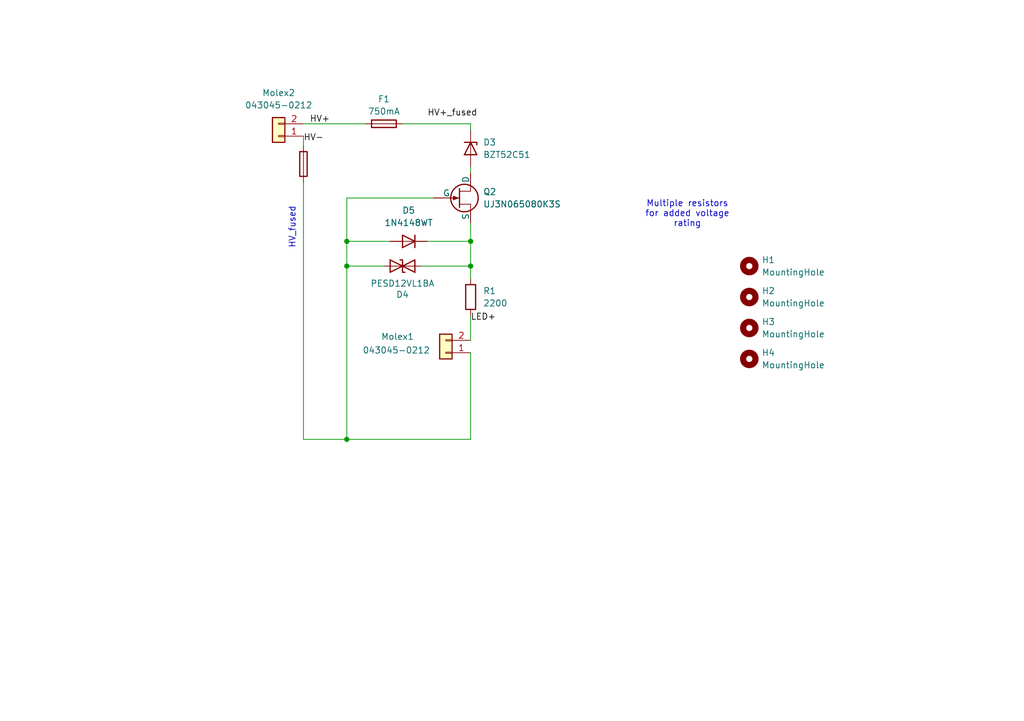
<source format=kicad_sch>
(kicad_sch (version 20250114) (generator "eeschema") (generator_version "9.0")
  (paper "A5")
  (lib_symbols
    (symbol "Connector_Generic:Conn_01x02" (pin_names (offset 1.016) (hide yes))
      (property "Reference" "J" (at 0 2.54 0))
      (property "Value" "Conn_01x02" (at 0 -5.08 0))
      (symbol "Conn_01x02_1_1"
        (rectangle (start -1.27 1.27) (end 1.27 -3.81) (stroke (width 0.254)) (fill (type background)))
        (rectangle (start -1.27 0.127) (end 0 -0.127) (stroke (width 0.1524)))
        (rectangle (start -1.27 -2.413) (end 0 -2.667) (stroke (width 0.1524)))
        (pin passive line (at -5.08 0 0) (length 3.81) (name "Pin_1") (number "1"))
        (pin passive line (at -5.08 -2.54 0) (length 3.81) (name "Pin_2") (number "2"))
      )
    )
    (symbol "Device:Fuse" (pin_numbers (hide yes)) (pin_names (offset 0))
      (property "Reference" "F" (at 2.032 0 90))
      (property "Value" "Fuse" (at -1.905 0 90))
      (symbol "Fuse_0_1"
        (rectangle (start -0.762 -2.54) (end 0.762 2.54) (stroke (width 0.254)))
        (polyline (pts (xy 0 2.54) (xy 0 -2.54)))
      )
      (symbol "Fuse_1_1"
        (pin passive line (at 0 3.81 270) (length 1.27) (name "~") (number "1"))
        (pin passive line (at 0 -3.81 90) (length 1.27) (name "~") (number "2"))
      )
    )
    (symbol "Device:R" (pin_numbers (hide yes)) (pin_names (offset 0))
      (property "Reference" "R" (at 2.032 0 90))
      (property "Value" "R" (at 0 0 90))
      (symbol "R_0_1"
        (rectangle (start -1.016 -2.54) (end 1.016 2.54) (stroke (width 0.254)))
      )
      (symbol "R_1_1"
        (pin passive line (at 0 3.81 270) (length 1.27) (name "~") (number "1"))
        (pin passive line (at 0 -3.81 90) (length 1.27) (name "~") (number "2"))
      )
    )
    (symbol "Diode:1.5KExxCA" (pin_numbers (hide yes)) (pin_names (offset 1.016) (hide yes))
      (property "Reference" "D" (at 0 2.54 0))
      (property "Value" "1.5KExxCA" (at 0 -2.54 0))
      (symbol "1.5KExxCA_0_1"
        (polyline (pts (xy -2.54 -1.27) (xy 0 0) (xy -2.54 1.27) (xy -2.54 -1.27)) (stroke (width 0.254)))
        (polyline (pts (xy 0.508 1.27) (xy 0 1.27) (xy 0 -1.27) (xy -0.508 -1.27)) (stroke (width 0.254)))
        (polyline (pts (xy 1.27 0) (xy -1.27 0)))
        (polyline (pts (xy 2.54 1.27) (xy 2.54 -1.27) (xy 0 0) (xy 2.54 1.27)) (stroke (width 0.254)))
      )
      (symbol "1.5KExxCA_1_1"
        (pin passive line (at -3.81 0 0) (length 2.54) (name "A1") (number "1"))
        (pin passive line (at 3.81 0 180) (length 2.54) (name "A2") (number "2"))
      )
    )
    (symbol "Diode:1N4148WT" (pin_numbers (hide yes)) (pin_names (hide yes))
      (property "Reference" "D" (at 0 2.54 0))
      (property "Value" "1N4148WT" (at 0 -2.54 0))
      (symbol "1N4148WT_0_1"
        (polyline (pts (xy -1.27 1.27) (xy -1.27 -1.27)) (stroke (width 0.254)))
        (polyline (pts (xy 1.27 1.27) (xy 1.27 -1.27) (xy -1.27 0) (xy 1.27 1.27)) (stroke (width 0.254)))
        (polyline (pts (xy 1.27 0) (xy -1.27 0)))
      )
      (symbol "1N4148WT_1_1"
        (pin passive line (at -3.81 0 0) (length 2.54) (name "K") (number "1"))
        (pin passive line (at 3.81 0 180) (length 2.54) (name "A") (number "2"))
      )
    )
    (symbol "Diode:BZT52Bxx" (pin_numbers (hide yes)) (pin_names (hide yes))
      (property "Reference" "D" (at 0 2.54 0))
      (property "Value" "BZT52Bxx" (at 0 -2.54 0))
      (symbol "BZT52Bxx_0_1"
        (polyline (pts (xy -1.27 -1.27) (xy -1.27 1.27) (xy -0.762 1.27)) (stroke (width 0.254)))
        (polyline (pts (xy 1.27 0) (xy -1.27 0)))
        (polyline (pts (xy 1.27 -1.27) (xy 1.27 1.27) (xy -1.27 0) (xy 1.27 -1.27)) (stroke (width 0.254)))
      )
      (symbol "BZT52Bxx_1_1"
        (pin passive line (at -3.81 0 0) (length 2.54) (name "K") (number "1"))
        (pin passive line (at 3.81 0 180) (length 2.54) (name "A") (number "2"))
      )
    )
    (symbol "Mechanical:MountingHole" (pin_names (offset 1.016)) (exclude_from_sim yes) (in_bom no)
      (property "Reference" "H" (at 0 5.08 0))
      (property "Value" "MountingHole" (at 0 3.175 0))
      (symbol "MountingHole_0_1"
        (circle (center 0 0) (radius 1.27) (stroke (width 1.27)))
      )
    )
    (symbol "Simulation_SPICE:NJFET" (pin_numbers (hide yes)) (pin_names (offset 0))
      (property "Reference" "Q2" (at 5.715 1.27 0))
      (property "Value" "UJ3N120035K3S" (at 5.715 -1.27 0))
      (symbol "NJFET_0_1"
        (polyline (pts (xy 0 0) (xy -1.016 0.381) (xy -1.016 -0.381) (xy 0 0)) (fill (type outline)))
        (polyline (pts (xy 0.254 1.905) (xy 0.254 -1.905) (xy 0.254 -1.905)) (stroke (width 0.254)))
        (circle (center 1.27 0) (radius 2.8194) (stroke (width 0.254)))
        (polyline (pts (xy 2.54 2.54) (xy 2.54 1.397) (xy 0.254 1.397)))
        (polyline (pts (xy 2.54 -2.54) (xy 2.54 -1.27) (xy 0.254 -1.27)))
      )
      (symbol "NJFET_1_1"
        (pin input line (at -5.08 0 0) (length 5.334) (name "G") (number "1"))
        (pin passive line (at 2.54 5.08 270) (length 2.54) (name "D") (number "2"))
        (pin passive line (at 2.54 -5.08 90) (length 2.54) (name "S") (number "3"))
      )
    )
  )
  (text "HV_fused" (at 59.944 46.736 90) (effects (font (size 1.27 1.27))))
  (text "Multiple resistors\nfor added voltage\nrating" (at 140.97 43.942 0) (effects (font (size 1.27 1.27))))
  (junction (at 71.12 90.17))
  (junction (at 71.12 49.53))
  (junction (at 96.52 49.53))
  (junction (at 71.12 54.61))
  (junction (at 96.52 54.61))
  (wire (pts (xy 71.12 49.53) (xy 71.12 54.61)))
  (wire (pts (xy 62.23 37.465) (xy 62.23 90.17)))
  (wire (pts (xy 71.12 54.61) (xy 78.74 54.61)))
  (wire (pts (xy 96.52 49.53) (xy 96.52 54.61)))
  (wire (pts (xy 62.23 29.845) (xy 62.23 27.94)))
  (wire (pts (xy 71.12 49.53) (xy 80.01 49.53)))
  (wire (pts (xy 96.52 90.17) (xy 71.12 90.17)))
  (wire (pts (xy 96.52 72.39) (xy 96.52 90.17)))
  (wire (pts (xy 96.52 64.77) (xy 96.52 69.85)))
  (wire (pts (xy 62.23 25.4) (xy 74.93 25.4)))
  (wire (pts (xy 96.52 45.72) (xy 96.52 49.53)))
  (wire (pts (xy 71.12 40.64) (xy 71.12 49.53)))
  (wire (pts (xy 96.52 54.61) (xy 86.36 54.61)))
  (wire (pts (xy 96.52 35.56) (xy 96.52 34.29)))
  (wire (pts (xy 96.52 25.4) (xy 96.52 26.67)))
  (wire (pts (xy 71.12 40.64) (xy 88.9 40.64)))
  (wire (pts (xy 87.63 49.53) (xy 96.52 49.53)))
  (wire (pts (xy 82.55 25.4) (xy 96.52 25.4)))
  (wire (pts (xy 71.12 54.61) (xy 71.12 90.17)))
  (wire (pts (xy 96.52 54.61) (xy 96.52 57.15)))
  (wire (pts (xy 71.12 90.17) (xy 62.23 90.17)))
  (label "HV+_fused" (at 87.63 24.13 0))
  (label "LED+" (at 96.52 66.04 0))
  (label "HV+" (at 63.5 25.4 0))
  (label "HV-" (at 62.23 29.21 0))
  (symbol (lib_id "Diode:1N4148WT") (at 83.82 49.53 180) (unit 1)
    (property "Reference" "D5" (at 83.82 43.18 0))
    (property "Value" "1N4148WT" (at 83.82 45.72 0))
    (property "Footprint" "Diode_SMD:D_SOD-523" (effects (hide yes)))
    (property "Datasheet" "https://www.diodes.com/assets/Datasheets/ds30396.pdf" (effects (hide yes)))
    (property "Description" "75V 0.15A Fast switching Diode, SOD-523" (effects (hide yes)))
    (property "Sim.Device" "D" (effects (hide yes)))
    (property "Sim.Pins" "1=K 2=A" (effects (hide yes)))
  )
  (symbol (lib_id "Mechanical:MountingHole") (at 153.67 60.96 0) (unit 1) (exclude_from_sim yes) (in_bom no)
    (property "Reference" "H2" (at 156.21 59.6899 0) (effects (justify left)))
    (property "Value" "MountingHole" (at 156.21 62.2299 0) (effects (justify left)))
    (property "Footprint" "MountingHole:MountingHole_4.3mm_M4" (effects (hide yes)))
    (property "Description" "Mounting Hole without connection" (effects (hide yes)))
  )
  (symbol (lib_id "Connector_Generic:Conn_01x02") (at 91.44 72.39 180) (unit 1)
    (property "Reference" "Molex1" (at 81.534 69.088 0))
    (property "Value" "043045-0212" (at 81.28 71.882 0))
    (property "Footprint" "Connector_Molex:Molex_Micro-Fit_3.0_43045-0212_2x01_P3.00mm_Vertical" (effects (hide yes)))
  )
  (symbol (lib_id "Mechanical:MountingHole") (at 153.67 54.61 0) (unit 1) (exclude_from_sim yes) (in_bom no)
    (property "Reference" "H1" (at 156.21 53.3399 0) (effects (justify left)))
    (property "Value" "MountingHole" (at 156.21 55.8799 0) (effects (justify left)))
    (property "Footprint" "MountingHole:MountingHole_4.3mm_M4" (effects (hide yes)))
    (property "Description" "Mounting Hole without connection" (effects (hide yes)))
  )
  (symbol (lib_id "Device:R") (at 96.52 60.96 0) (unit 1)
    (property "Reference" "R1" (at 99.06 59.6899 0) (effects (justify left)))
    (property "Value" "2200" (at 99.06 62.2299 0) (effects (justify left)))
    (property "Footprint" "Resistor_SMD:R_0805_2012Metric_Pad1.20x1.40mm_HandSolder" (effects (hide yes)))
  )
  (symbol (lib_id "Device:Fuse") (at 78.74 25.4 90) (unit 1)
    (property "Reference" "F1" (at 78.74 20.32 90))
    (property "Value" "750mA" (at 78.74 22.86 90))
    (property "Footprint" "Library:FUSE_BK_PCS" (effects (hide yes)))
  )
  (symbol (lib_id "Mechanical:MountingHole") (at 153.67 67.31 0) (unit 1) (exclude_from_sim yes) (in_bom no)
    (property "Reference" "H3" (at 156.21 66.0399 0) (effects (justify left)))
    (property "Value" "MountingHole" (at 156.21 68.5799 0) (effects (justify left)))
    (property "Footprint" "MountingHole:MountingHole_4.3mm_M4" (effects (hide yes)))
    (property "Description" "Mounting Hole without connection" (effects (hide yes)))
  )
  (symbol (lib_id "Diode:BZT52Bxx") (at 96.52 30.48 270) (unit 1)
    (property "Reference" "D3" (at 99.06 29.2099 90) (effects (justify left)))
    (property "Value" "BZT52C51" (at 99.06 31.7499 90) (effects (justify left)))
    (property "Footprint" "Diode_SMD:D_SOD-123F" (effects (hide yes)))
    (property "Datasheet" "https://diotec.com/tl_files/diotec/files/pdf/datasheets/bzt52b2v4.pdf" (effects (hide yes)))
    (property "Description" "500mW Zener Diode, SOD-123F" (effects (hide yes)))
  )
  (symbol (lib_id "Connector_Generic:Conn_01x02") (at 57.15 27.94 180) (unit 1)
    (property "Reference" "Molex2" (at 57.15 19.05 0))
    (property "Value" "043045-0212" (at 57.15 21.59 0))
    (property "Footprint" "Connector_Molex:Molex_Micro-Fit_3.0_43045-0212_2x01_P3.00mm_Vertical" (effects (hide yes)))
  )
  (symbol (lib_id "Device:Fuse") (at 62.23 33.655 180) (unit 1)
    (property "Reference" "F2" (effects (hide yes)))
    (property "Value" "750mA" (effects (hide yes)))
    (property "Footprint" "Library:FUSE_BK_PCS" (effects (hide yes)))
  )
  (symbol (lib_id "Simulation_SPICE:NJFET") (at 93.98 40.64 0) (unit 1)
    (property "Reference" "Q2" (at 99.06 39.3699 0) (effects (justify left)))
    (property "Value" "UJ3N065080K3S" (at 99.06 41.9099 0) (effects (justify left)))
    (property "Footprint" "Package_TO_SOT_THT:TO-247-3_Horizontal_TabDown" (effects (hide yes)))
    (property "Sim.Device" "NJFET" (effects (hide yes)))
    (property "Sim.Type" "SHICHMANHODGES" (effects (hide yes)))
    (property "Sim.Pins" "1=D 2=G 3=S" (effects (hide yes)))
  )
  (symbol (lib_id "Mechanical:MountingHole") (at 153.67 73.66 0) (unit 1) (exclude_from_sim yes) (in_bom no)
    (property "Reference" "H4" (at 156.21 72.3899 0) (effects (justify left)))
    (property "Value" "MountingHole" (at 156.21 74.9299 0) (effects (justify left)))
    (property "Footprint" "MountingHole:MountingHole_4.3mm_M4" (effects (hide yes)))
    (property "Description" "Mounting Hole without connection" (effects (hide yes)))
  )
  (symbol (lib_id "Diode:1.5KExxCA") (at 82.55 54.61 0) (mirror x) (unit 1)
    (property "Reference" "D4" (at 82.55 60.452 0))
    (property "Value" "PESD12VL1BA" (at 82.55 58.166 0))
    (property "Footprint" "Diode_SMD:D_SOD-323" (effects (hide yes)))
    (property "Datasheet" "https://www.vishay.com/docs/88301/15ke.pdf" (effects (hide yes)))
    (property "Description" "1500W bidirectional TVS diode, DO-201AE" (effects (hide yes)))
  )
)
</source>
